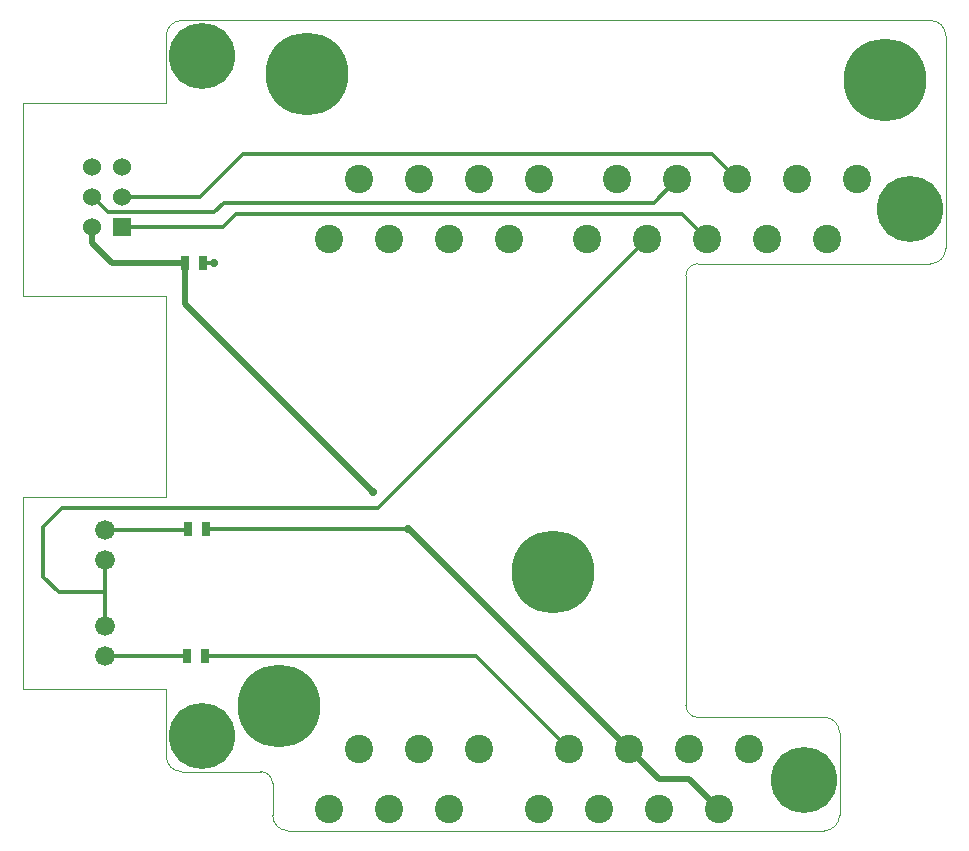
<source format=gtl>
G04 (created by PCBNEW (2013-07-07 BZR 4022)-stable) date 28/02/2015 20:38:53*
%MOIN*%
G04 Gerber Fmt 3.4, Leading zero omitted, Abs format*
%FSLAX34Y34*%
G01*
G70*
G90*
G04 APERTURE LIST*
%ADD10C,0.00590551*%
%ADD11C,0.000393701*%
%ADD12C,0.220472*%
%ADD13R,0.025X0.045*%
%ADD14C,0.066*%
%ADD15R,0.06X0.06*%
%ADD16C,0.06*%
%ADD17C,0.0944882*%
%ADD18C,0.275591*%
%ADD19C,0.0275591*%
%ADD20C,0.019685*%
%ADD21C,0.011811*%
G04 APERTURE END LIST*
G54D10*
G54D11*
X42173Y-51606D02*
X42173Y-49370D01*
X42173Y-49370D02*
X37401Y-49370D01*
X37401Y-49370D02*
X37401Y-42952D01*
X37401Y-42952D02*
X42173Y-42952D01*
X42173Y-42952D02*
X42173Y-36259D01*
X42173Y-36259D02*
X37401Y-36259D01*
X37401Y-36259D02*
X37401Y-29822D01*
X37401Y-29822D02*
X42173Y-29822D01*
X42173Y-29822D02*
X42173Y-27590D01*
X42173Y-27590D02*
G75*
G02X42685Y-27078I511J0D01*
G74*
G01*
X45716Y-52511D02*
X45716Y-53574D01*
X42685Y-52118D02*
X45322Y-52118D01*
X67645Y-27078D02*
X42685Y-27078D01*
X68157Y-34677D02*
X68157Y-27590D01*
X59889Y-35188D02*
X67645Y-35188D01*
X59496Y-49913D02*
X59496Y-35582D01*
X64102Y-50307D02*
X59889Y-50307D01*
X64614Y-53574D02*
X64614Y-50818D01*
X46228Y-54086D02*
X64102Y-54086D01*
X45322Y-52118D02*
G75*
G02X45716Y-52511I0J-393D01*
G74*
G01*
X42685Y-52118D02*
G75*
G02X42173Y-51606I0J511D01*
G74*
G01*
X67645Y-27078D02*
G75*
G02X68157Y-27590I0J-511D01*
G74*
G01*
X68157Y-34678D02*
G75*
G02X67645Y-35188I-511J0D01*
G74*
G01*
X59496Y-35581D02*
G75*
G02X59889Y-35188I393J0D01*
G74*
G01*
X59889Y-50307D02*
G75*
G02X59496Y-49913I0J393D01*
G74*
G01*
X64103Y-50307D02*
G75*
G02X64614Y-50818I0J-511D01*
G74*
G01*
X64614Y-53575D02*
G75*
G02X64102Y-54086I-511J0D01*
G74*
G01*
X46227Y-54086D02*
G75*
G02X45716Y-53574I0J511D01*
G74*
G01*
G54D12*
X43354Y-50937D03*
X63433Y-52393D03*
X43354Y-28259D03*
X66976Y-33377D03*
G54D13*
X43508Y-44015D03*
X42908Y-44015D03*
X42849Y-48267D03*
X43449Y-48267D03*
G54D14*
X40137Y-47255D03*
X40137Y-48255D03*
X40137Y-44066D03*
X40137Y-45066D03*
G54D13*
X42790Y-35157D03*
X43390Y-35157D03*
G54D15*
X40696Y-33972D03*
G54D16*
X39696Y-33972D03*
X40696Y-32972D03*
X39696Y-32972D03*
X40696Y-31972D03*
X39696Y-31972D03*
G54D17*
X61602Y-51370D03*
X60602Y-53370D03*
X59602Y-51370D03*
X58602Y-53370D03*
X57602Y-51370D03*
X56602Y-53370D03*
X55602Y-51370D03*
X54602Y-53370D03*
X65202Y-32370D03*
X64202Y-34370D03*
X63202Y-32370D03*
X62202Y-34370D03*
X61202Y-32370D03*
X60202Y-34370D03*
X59202Y-32370D03*
X58202Y-34370D03*
X56202Y-34370D03*
X57202Y-32370D03*
X52602Y-51370D03*
X51602Y-53370D03*
X50602Y-51370D03*
X49602Y-53370D03*
X48602Y-51370D03*
X47602Y-53370D03*
X54602Y-32370D03*
X53602Y-34370D03*
X52602Y-32370D03*
X51602Y-34370D03*
X50602Y-32370D03*
X49602Y-34370D03*
X48602Y-32370D03*
X47602Y-34370D03*
G54D18*
X66141Y-29055D03*
X46850Y-28858D03*
X55078Y-45472D03*
X45944Y-49921D03*
G54D19*
X50236Y-44015D03*
X49055Y-42795D03*
X43779Y-35157D03*
G54D20*
X60602Y-53370D02*
X59594Y-52362D01*
X58594Y-52362D02*
X57602Y-51370D01*
X59594Y-52362D02*
X58594Y-52362D01*
X42790Y-35157D02*
X42790Y-36530D01*
G54D21*
X50236Y-44015D02*
X50248Y-44015D01*
G54D20*
X42790Y-36530D02*
X49055Y-42795D01*
X42790Y-35157D02*
X40354Y-35157D01*
X39696Y-34500D02*
X39696Y-33972D01*
X40354Y-35157D02*
X39696Y-34500D01*
G54D21*
X43508Y-44015D02*
X50248Y-44015D01*
G54D20*
X50248Y-44015D02*
X57602Y-51370D01*
G54D21*
X40137Y-46141D02*
X38582Y-46141D01*
X49225Y-43346D02*
X58202Y-34370D01*
X38700Y-43346D02*
X49225Y-43346D01*
X38070Y-43976D02*
X38700Y-43346D01*
X38070Y-45629D02*
X38070Y-43976D01*
X38582Y-46141D02*
X38070Y-45629D01*
X40137Y-45066D02*
X40137Y-46141D01*
X40137Y-46141D02*
X40137Y-47255D01*
X40696Y-33972D02*
X44059Y-33972D01*
X59375Y-33543D02*
X60202Y-34370D01*
X44488Y-33543D02*
X59375Y-33543D01*
X44059Y-33972D02*
X44488Y-33543D01*
X58424Y-33148D02*
X44095Y-33148D01*
X44095Y-33148D02*
X43779Y-33464D01*
X39696Y-32972D02*
X39744Y-32972D01*
X40236Y-33464D02*
X43779Y-33464D01*
X39744Y-32972D02*
X40236Y-33464D01*
X58424Y-33148D02*
X59202Y-32370D01*
X40696Y-32972D02*
X43287Y-32972D01*
X60367Y-31535D02*
X61202Y-32370D01*
X44724Y-31535D02*
X60367Y-31535D01*
X43287Y-32972D02*
X44724Y-31535D01*
X43390Y-35157D02*
X43779Y-35157D01*
X43449Y-48267D02*
X52500Y-48267D01*
X52500Y-48267D02*
X55602Y-51370D01*
X40137Y-44066D02*
X42857Y-44066D01*
X42857Y-44066D02*
X42908Y-44015D01*
X42849Y-48267D02*
X40149Y-48267D01*
X40149Y-48267D02*
X40137Y-48255D01*
M02*

</source>
